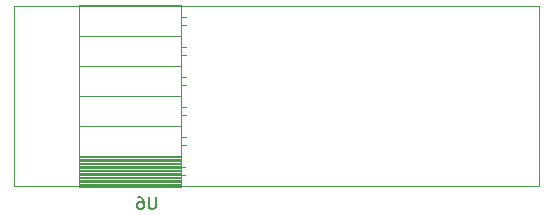
<source format=gbr>
%TF.GenerationSoftware,KiCad,Pcbnew,(5.1.12)-1*%
%TF.CreationDate,2022-08-10T21:51:47-07:00*%
%TF.ProjectId,JBX16_UARTCard,4a425831-365f-4554-9152-54436172642e,rev?*%
%TF.SameCoordinates,Original*%
%TF.FileFunction,Legend,Bot*%
%TF.FilePolarity,Positive*%
%FSLAX46Y46*%
G04 Gerber Fmt 4.6, Leading zero omitted, Abs format (unit mm)*
G04 Created by KiCad (PCBNEW (5.1.12)-1) date 2022-08-10 21:51:47*
%MOMM*%
%LPD*%
G01*
G04 APERTURE LIST*
%ADD10C,0.120000*%
%ADD11C,0.150000*%
G04 APERTURE END LIST*
D10*
%TO.C,U6*%
X142957700Y-95032520D02*
X151587700Y-95032520D01*
X142957700Y-94914425D02*
X151587700Y-94914425D01*
X142957700Y-94796330D02*
X151587700Y-94796330D01*
X142957700Y-94678235D02*
X151587700Y-94678235D01*
X142957700Y-94560140D02*
X151587700Y-94560140D01*
X142957700Y-94442045D02*
X151587700Y-94442045D01*
X142957700Y-94323950D02*
X151587700Y-94323950D01*
X142957700Y-94205855D02*
X151587700Y-94205855D01*
X142957700Y-94087760D02*
X151587700Y-94087760D01*
X142957700Y-93969665D02*
X151587700Y-93969665D01*
X142957700Y-93851570D02*
X151587700Y-93851570D01*
X142957700Y-93733475D02*
X151587700Y-93733475D01*
X142957700Y-93615380D02*
X151587700Y-93615380D01*
X142957700Y-93497285D02*
X151587700Y-93497285D01*
X142957700Y-93379190D02*
X151587700Y-93379190D01*
X142957700Y-93261095D02*
X151587700Y-93261095D01*
X142957700Y-93143000D02*
X151587700Y-93143000D01*
X142957700Y-93024905D02*
X151587700Y-93024905D01*
X142957700Y-92906810D02*
X151587700Y-92906810D01*
X142957700Y-92788715D02*
X151587700Y-92788715D01*
X142957700Y-92670620D02*
X151587700Y-92670620D01*
X151587700Y-94182520D02*
X151937700Y-94182520D01*
X151587700Y-93462520D02*
X151937700Y-93462520D01*
X151587700Y-91642520D02*
X151997700Y-91642520D01*
X151587700Y-90922520D02*
X151997700Y-90922520D01*
X151587700Y-89102520D02*
X151997700Y-89102520D01*
X151587700Y-88382520D02*
X151997700Y-88382520D01*
X151587700Y-86562520D02*
X151997700Y-86562520D01*
X151587700Y-85842520D02*
X151997700Y-85842520D01*
X151587700Y-84022520D02*
X151997700Y-84022520D01*
X151587700Y-83302520D02*
X151997700Y-83302520D01*
X151587700Y-81482520D02*
X151997700Y-81482520D01*
X151587700Y-80762520D02*
X151997700Y-80762520D01*
X142957700Y-92552520D02*
X151587700Y-92552520D01*
X142957700Y-90012520D02*
X151587700Y-90012520D01*
X142957700Y-87472520D02*
X151587700Y-87472520D01*
X142957700Y-84932520D02*
X151587700Y-84932520D01*
X142957700Y-82392520D02*
X151587700Y-82392520D01*
X142957700Y-95152520D02*
X151587700Y-95152520D01*
X151587700Y-95152520D02*
X151587700Y-79792520D01*
X142957700Y-79792520D02*
X151587700Y-79792520D01*
X142957700Y-95152520D02*
X142957700Y-79792520D01*
X137426700Y-79852520D02*
X181876700Y-79852520D01*
X181876700Y-79852520D02*
X181876700Y-95092520D01*
X181876700Y-95092520D02*
X137426700Y-95092520D01*
X137426700Y-95092520D02*
X137426700Y-79852520D01*
D11*
X149429604Y-96044900D02*
X149429604Y-96854424D01*
X149381985Y-96949662D01*
X149334366Y-96997281D01*
X149239128Y-97044900D01*
X149048652Y-97044900D01*
X148953414Y-96997281D01*
X148905795Y-96949662D01*
X148858176Y-96854424D01*
X148858176Y-96044900D01*
X147953414Y-96044900D02*
X148143890Y-96044900D01*
X148239128Y-96092520D01*
X148286747Y-96140139D01*
X148381985Y-96282996D01*
X148429604Y-96473472D01*
X148429604Y-96854424D01*
X148381985Y-96949662D01*
X148334366Y-96997281D01*
X148239128Y-97044900D01*
X148048652Y-97044900D01*
X147953414Y-96997281D01*
X147905795Y-96949662D01*
X147858176Y-96854424D01*
X147858176Y-96616329D01*
X147905795Y-96521091D01*
X147953414Y-96473472D01*
X148048652Y-96425853D01*
X148239128Y-96425853D01*
X148334366Y-96473472D01*
X148381985Y-96521091D01*
X148429604Y-96616329D01*
%TD*%
M02*

</source>
